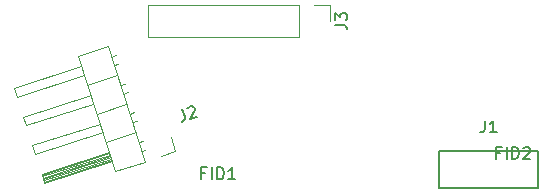
<source format=gto>
G04 #@! TF.FileFunction,Legend,Top*
%FSLAX46Y46*%
G04 Gerber Fmt 4.6, Leading zero omitted, Abs format (unit mm)*
G04 Created by KiCad (PCBNEW 4.0.7-e2-6376~58~ubuntu16.04.1) date Sat Jul  7 00:38:20 2018*
%MOMM*%
%LPD*%
G01*
G04 APERTURE LIST*
%ADD10C,0.100000*%
%ADD11C,0.120000*%
%ADD12C,0.150000*%
G04 APERTURE END LIST*
D10*
D11*
X112704471Y-75409890D02*
X109527777Y-65633029D01*
X109527777Y-65633029D02*
X106997966Y-66455014D01*
X106997966Y-66455014D02*
X110174661Y-76231875D01*
X110174661Y-76231875D02*
X112704471Y-75409890D01*
X109881095Y-75328371D02*
X104174756Y-77182473D01*
X104174756Y-77182473D02*
X103939903Y-76459670D01*
X103939903Y-76459670D02*
X109646242Y-74605568D01*
X109862554Y-75271308D02*
X104156215Y-77125410D01*
X109825472Y-75157181D02*
X104119133Y-77011283D01*
X109788390Y-75043054D02*
X104082051Y-76897156D01*
X109751308Y-74928927D02*
X104044969Y-76783029D01*
X109714226Y-74814801D02*
X104007886Y-76668903D01*
X109677144Y-74700674D02*
X103970804Y-76554776D01*
X112724754Y-74404410D02*
X112410905Y-74506386D01*
X112489901Y-73681607D02*
X112176052Y-73783583D01*
X111901027Y-72937143D02*
X109371217Y-73759128D01*
X109096192Y-72912688D02*
X103389852Y-74766790D01*
X103389852Y-74766790D02*
X103155000Y-74043987D01*
X103155000Y-74043987D02*
X108861339Y-72189885D01*
X112003639Y-71968001D02*
X111626002Y-72090702D01*
X111768786Y-71245198D02*
X111391149Y-71367899D01*
X111116124Y-70521459D02*
X108586314Y-71343444D01*
X108311288Y-70497004D02*
X102604949Y-72351106D01*
X102604949Y-72351106D02*
X102370096Y-71628303D01*
X102370096Y-71628303D02*
X108076435Y-69774201D01*
X111218736Y-69552317D02*
X110841099Y-69675019D01*
X110983883Y-68829514D02*
X110606246Y-68952216D01*
X110331221Y-68105776D02*
X107801410Y-68927761D01*
X107526385Y-68081320D02*
X101820046Y-69935422D01*
X101820046Y-69935422D02*
X101585193Y-69212620D01*
X101585193Y-69212620D02*
X107291532Y-67358518D01*
X110433833Y-67136634D02*
X110056196Y-67259335D01*
X110198980Y-66413831D02*
X109821343Y-66536532D01*
X114870842Y-73307548D02*
X115263293Y-74515390D01*
X115263293Y-74515390D02*
X114055452Y-74907842D01*
X125730000Y-62170000D02*
X112970000Y-62170000D01*
X112970000Y-62170000D02*
X112970000Y-64830000D01*
X112970000Y-64830000D02*
X125730000Y-64830000D01*
X125730000Y-64830000D02*
X125730000Y-62170000D01*
X127000000Y-62170000D02*
X128330000Y-62170000D01*
X128330000Y-62170000D02*
X128330000Y-63500000D01*
D12*
X145983500Y-77688800D02*
X145983500Y-74488800D01*
X137583500Y-77688800D02*
X145983500Y-77688800D01*
X137583500Y-74488800D02*
X137583500Y-77688800D01*
X145983500Y-74488800D02*
X137583500Y-74488800D01*
X142776392Y-74665531D02*
X142443058Y-74665531D01*
X142443058Y-75189341D02*
X142443058Y-74189341D01*
X142919249Y-74189341D01*
X143300201Y-75189341D02*
X143300201Y-74189341D01*
X143776391Y-75189341D02*
X143776391Y-74189341D01*
X144014486Y-74189341D01*
X144157344Y-74236960D01*
X144252582Y-74332198D01*
X144300201Y-74427436D01*
X144347820Y-74617912D01*
X144347820Y-74760770D01*
X144300201Y-74951246D01*
X144252582Y-75046484D01*
X144157344Y-75141722D01*
X144014486Y-75189341D01*
X143776391Y-75189341D01*
X144728772Y-74284579D02*
X144776391Y-74236960D01*
X144871629Y-74189341D01*
X145109725Y-74189341D01*
X145204963Y-74236960D01*
X145252582Y-74284579D01*
X145300201Y-74379817D01*
X145300201Y-74475055D01*
X145252582Y-74617912D01*
X144681153Y-75189341D01*
X145300201Y-75189341D01*
X115845758Y-70956189D02*
X116066484Y-71635515D01*
X116065340Y-71786096D01*
X116004194Y-71906103D01*
X115883044Y-71995536D01*
X115792467Y-72024966D01*
X116282783Y-70914330D02*
X116313357Y-70854327D01*
X116389218Y-70779608D01*
X116615661Y-70706032D01*
X116720953Y-70721890D01*
X116780956Y-70752464D01*
X116855675Y-70828325D01*
X116885105Y-70918902D01*
X116883962Y-71069482D01*
X116517082Y-71789525D01*
X117105831Y-71598228D01*
X128782381Y-63833333D02*
X129496667Y-63833333D01*
X129639524Y-63880953D01*
X129734762Y-63976191D01*
X129782381Y-64119048D01*
X129782381Y-64214286D01*
X128782381Y-63452381D02*
X128782381Y-62833333D01*
X129163333Y-63166667D01*
X129163333Y-63023809D01*
X129210952Y-62928571D01*
X129258571Y-62880952D01*
X129353810Y-62833333D01*
X129591905Y-62833333D01*
X129687143Y-62880952D01*
X129734762Y-62928571D01*
X129782381Y-63023809D01*
X129782381Y-63309524D01*
X129734762Y-63404762D01*
X129687143Y-63452381D01*
X117800572Y-76382571D02*
X117467238Y-76382571D01*
X117467238Y-76906381D02*
X117467238Y-75906381D01*
X117943429Y-75906381D01*
X118324381Y-76906381D02*
X118324381Y-75906381D01*
X118800571Y-76906381D02*
X118800571Y-75906381D01*
X119038666Y-75906381D01*
X119181524Y-75954000D01*
X119276762Y-76049238D01*
X119324381Y-76144476D01*
X119372000Y-76334952D01*
X119372000Y-76477810D01*
X119324381Y-76668286D01*
X119276762Y-76763524D01*
X119181524Y-76858762D01*
X119038666Y-76906381D01*
X118800571Y-76906381D01*
X120324381Y-76906381D02*
X119752952Y-76906381D01*
X120038666Y-76906381D02*
X120038666Y-75906381D01*
X119943428Y-76049238D01*
X119848190Y-76144476D01*
X119752952Y-76192095D01*
X141450167Y-71941181D02*
X141450167Y-72655467D01*
X141402547Y-72798324D01*
X141307309Y-72893562D01*
X141164452Y-72941181D01*
X141069214Y-72941181D01*
X142450167Y-72941181D02*
X141878738Y-72941181D01*
X142164452Y-72941181D02*
X142164452Y-71941181D01*
X142069214Y-72084038D01*
X141973976Y-72179276D01*
X141878738Y-72226895D01*
M02*

</source>
